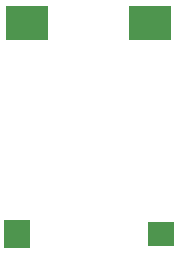
<source format=gko>
%FSLAX25Y25*%
%MOIN*%
G70*
G01*
G75*
G04 Layer_Color=16711935*
%ADD10R,0.04921X0.04921*%
%ADD11R,0.03150X0.03150*%
%ADD12R,0.31496X0.08661*%
%ADD13R,0.06299X0.08583*%
%ADD14R,0.02362X0.07874*%
%ADD15R,0.04921X0.04921*%
%ADD16R,0.02362X0.05906*%
%ADD17R,0.04921X0.04331*%
%ADD18R,0.03150X0.03150*%
%ADD19R,0.07874X0.03937*%
G04:AMPARAMS|DCode=20|XSize=78.74mil|YSize=39.37mil|CornerRadius=9.84mil|HoleSize=0mil|Usage=FLASHONLY|Rotation=0.000|XOffset=0mil|YOffset=0mil|HoleType=Round|Shape=RoundedRectangle|*
%AMROUNDEDRECTD20*
21,1,0.07874,0.01969,0,0,0.0*
21,1,0.05906,0.03937,0,0,0.0*
1,1,0.01969,0.02953,-0.00984*
1,1,0.01969,-0.02953,-0.00984*
1,1,0.01969,-0.02953,0.00984*
1,1,0.01969,0.02953,0.00984*
%
%ADD20ROUNDEDRECTD20*%
%ADD21R,0.07874X0.03543*%
%ADD22R,0.02756X0.07874*%
%ADD23R,0.03150X0.07874*%
%ADD24R,0.05276X0.07087*%
%ADD25R,0.03937X0.04921*%
%ADD26R,0.06102X0.02362*%
%ADD27O,0.06102X0.02362*%
%ADD28C,0.03937*%
%ADD29C,0.01575*%
%ADD30C,0.01000*%
%ADD31C,0.05906*%
%ADD32C,0.02362*%
%ADD33C,0.03150*%
%ADD34C,0.02756*%
%ADD35C,0.06000*%
%ADD36R,0.06000X0.06000*%
%ADD37R,0.07284X0.07284*%
%ADD38C,0.07284*%
%ADD39R,0.07284X0.07284*%
%ADD40C,0.07874*%
%ADD41C,0.06693*%
%ADD42R,0.06693X0.06693*%
%ADD43R,0.07874X0.07874*%
%ADD44C,0.05906*%
%ADD45R,0.05906X0.05906*%
%ADD46C,0.04724*%
%ADD47C,0.02756*%
%ADD48C,0.03937*%
%ADD49C,0.04331*%
%ADD50C,0.00984*%
%ADD51C,0.00787*%
%ADD52C,0.01008*%
%ADD53C,0.00591*%
%ADD54R,0.05721X0.05721*%
%ADD55R,0.03950X0.03950*%
%ADD56R,0.32296X0.09461*%
%ADD57R,0.07099X0.09383*%
%ADD58R,0.03162X0.08674*%
%ADD59R,0.05721X0.05721*%
%ADD60R,0.03162X0.06706*%
%ADD61R,0.05721X0.05131*%
%ADD62R,0.03950X0.03950*%
%ADD63R,0.08674X0.04737*%
G04:AMPARAMS|DCode=64|XSize=86.74mil|YSize=47.37mil|CornerRadius=13.84mil|HoleSize=0mil|Usage=FLASHONLY|Rotation=0.000|XOffset=0mil|YOffset=0mil|HoleType=Round|Shape=RoundedRectangle|*
%AMROUNDEDRECTD64*
21,1,0.08674,0.01969,0,0,0.0*
21,1,0.05906,0.04737,0,0,0.0*
1,1,0.02769,0.02953,-0.00984*
1,1,0.02769,-0.02953,-0.00984*
1,1,0.02769,-0.02953,0.00984*
1,1,0.02769,0.02953,0.00984*
%
%ADD64ROUNDEDRECTD64*%
%ADD65R,0.08674X0.04343*%
%ADD66R,0.03556X0.08674*%
%ADD67R,0.03950X0.08674*%
%ADD68R,0.06076X0.07887*%
%ADD69R,0.04737X0.05721*%
%ADD70R,0.06902X0.03162*%
%ADD71O,0.06902X0.03162*%
%ADD72C,0.06800*%
%ADD73R,0.06800X0.06800*%
%ADD74C,0.00800*%
%ADD75R,0.08083X0.08083*%
%ADD76C,0.08083*%
%ADD77R,0.08083X0.08083*%
%ADD78C,0.08674*%
%ADD79C,0.07493*%
%ADD80R,0.07493X0.07493*%
%ADD81R,0.00800X0.00800*%
%ADD82R,0.08674X0.08674*%
%ADD83C,0.06706*%
%ADD84R,0.06706X0.06706*%
%ADD85C,0.05524*%
%ADD86C,0.03556*%
%ADD87C,0.04737*%
%ADD88C,0.05131*%
%ADD89R,0.08661X0.09449*%
%ADD90R,0.09055X0.08268*%
%ADD91R,0.14173X0.11417*%
D89*
X33071Y290945D02*
D03*
D90*
X80905Y290748D02*
D03*
D91*
X36220Y361221D02*
D03*
X77165D02*
D03*
M02*

</source>
